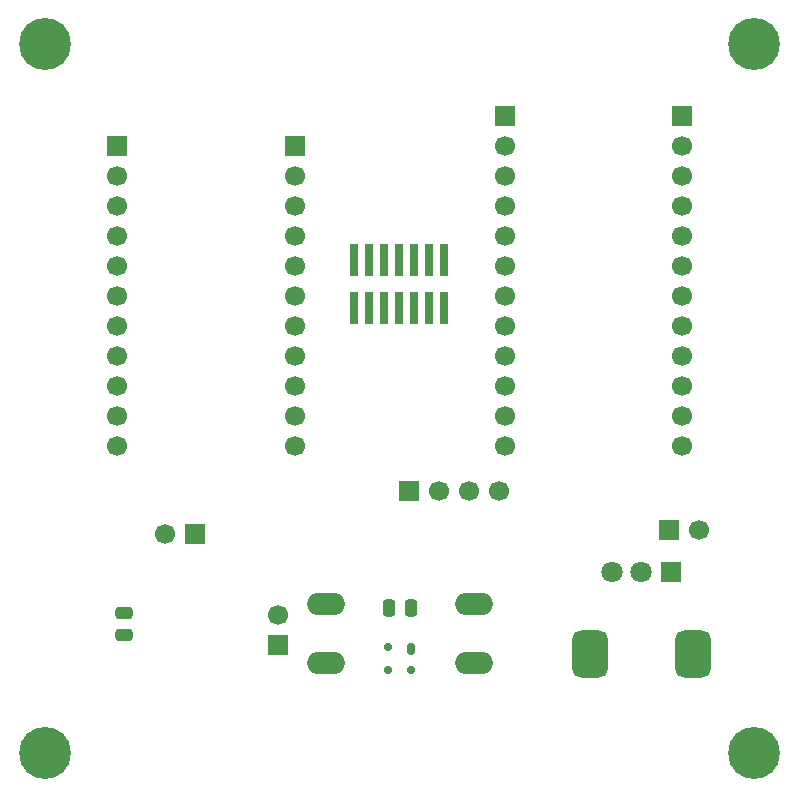
<source format=gbs>
G04 #@! TF.GenerationSoftware,KiCad,Pcbnew,9.0.6*
G04 #@! TF.CreationDate,2025-12-10T23:32:01+01:00*
G04 #@! TF.ProjectId,floppyv3_expansion,666c6f70-7079-4763-935f-657870616e73,rev?*
G04 #@! TF.SameCoordinates,Original*
G04 #@! TF.FileFunction,Soldermask,Bot*
G04 #@! TF.FilePolarity,Negative*
%FSLAX46Y46*%
G04 Gerber Fmt 4.6, Leading zero omitted, Abs format (unit mm)*
G04 Created by KiCad (PCBNEW 9.0.6) date 2025-12-10 23:32:01*
%MOMM*%
%LPD*%
G01*
G04 APERTURE LIST*
G04 Aperture macros list*
%AMRoundRect*
0 Rectangle with rounded corners*
0 $1 Rounding radius*
0 $2 $3 $4 $5 $6 $7 $8 $9 X,Y pos of 4 corners*
0 Add a 4 corners polygon primitive as box body*
4,1,4,$2,$3,$4,$5,$6,$7,$8,$9,$2,$3,0*
0 Add four circle primitives for the rounded corners*
1,1,$1+$1,$2,$3*
1,1,$1+$1,$4,$5*
1,1,$1+$1,$6,$7*
1,1,$1+$1,$8,$9*
0 Add four rect primitives between the rounded corners*
20,1,$1+$1,$2,$3,$4,$5,0*
20,1,$1+$1,$4,$5,$6,$7,0*
20,1,$1+$1,$6,$7,$8,$9,0*
20,1,$1+$1,$8,$9,$2,$3,0*%
G04 Aperture macros list end*
%ADD10O,3.200000X1.900000*%
%ADD11R,1.800000X1.800000*%
%ADD12C,1.800000*%
%ADD13RoundRect,0.750000X-0.750000X1.250000X-0.750000X-1.250000X0.750000X-1.250000X0.750000X1.250000X0*%
%ADD14C,0.700000*%
%ADD15C,4.400000*%
%ADD16R,1.700000X1.700000*%
%ADD17C,1.700000*%
%ADD18RoundRect,0.175000X0.175000X0.325000X-0.175000X0.325000X-0.175000X-0.325000X0.175000X-0.325000X0*%
%ADD19RoundRect,0.150000X0.200000X0.150000X-0.200000X0.150000X-0.200000X-0.150000X0.200000X-0.150000X0*%
%ADD20RoundRect,0.250000X0.475000X-0.250000X0.475000X0.250000X-0.475000X0.250000X-0.475000X-0.250000X0*%
%ADD21RoundRect,0.250000X-0.250000X-0.475000X0.250000X-0.475000X0.250000X0.475000X-0.250000X0.475000X0*%
%ADD22R,0.740000X2.790000*%
G04 APERTURE END LIST*
D10*
G04 #@! TO.C,SW1*
X108902500Y-116260000D03*
X121402500Y-116260000D03*
X108902500Y-121260000D03*
X121402500Y-121260000D03*
G04 #@! TD*
D11*
G04 #@! TO.C,RV1*
X138100000Y-113550000D03*
D12*
X135600000Y-113550000D03*
X133100000Y-113550000D03*
D13*
X140000000Y-120550000D03*
X131200000Y-120550000D03*
G04 #@! TD*
D14*
G04 #@! TO.C,H1*
X83464200Y-68914200D03*
X83947474Y-67747474D03*
X83947474Y-70080926D03*
X85114200Y-67264200D03*
D15*
X85114200Y-68914200D03*
D14*
X85114200Y-70564200D03*
X86280926Y-67747474D03*
X86280926Y-70080926D03*
X86764200Y-68914200D03*
G04 #@! TD*
D16*
G04 #@! TO.C,JP2*
X104800000Y-119800000D03*
D17*
X104800000Y-117260000D03*
G04 #@! TD*
D16*
G04 #@! TO.C,JP3*
X97780000Y-110400000D03*
D17*
X95240000Y-110400000D03*
G04 #@! TD*
D16*
G04 #@! TO.C,J5*
X139008414Y-75016440D03*
D17*
X139008414Y-77556440D03*
X139008414Y-80096440D03*
X139008414Y-82636440D03*
X139008414Y-85176440D03*
X139008414Y-87716440D03*
X139008414Y-90256440D03*
X139008414Y-92796440D03*
X139008414Y-95336440D03*
X139008414Y-97876440D03*
X139008414Y-100416440D03*
X139008414Y-102956440D03*
G04 #@! TD*
D16*
G04 #@! TO.C,J1*
X91228414Y-77556440D03*
D17*
X91228414Y-80096440D03*
X91228414Y-82636440D03*
X91228414Y-85176440D03*
X91228414Y-87716440D03*
X91228414Y-90256440D03*
X91228414Y-92796440D03*
X91228414Y-95336440D03*
X91228414Y-97876440D03*
X91228414Y-100416440D03*
X91228414Y-102956440D03*
G04 #@! TD*
D16*
G04 #@! TO.C,J3*
X115888414Y-106701440D03*
D17*
X118428414Y-106701440D03*
X120968414Y-106701440D03*
X123508414Y-106701440D03*
G04 #@! TD*
D14*
G04 #@! TO.C,H3*
X143464200Y-128914278D03*
X143947474Y-127747552D03*
X143947474Y-130081004D03*
X145114200Y-127264278D03*
D15*
X145114200Y-128914278D03*
D14*
X145114200Y-130564278D03*
X146280926Y-127747552D03*
X146280926Y-130081004D03*
X146764200Y-128914278D03*
G04 #@! TD*
D16*
G04 #@! TO.C,J4*
X124008414Y-75016440D03*
D17*
X124008414Y-77556440D03*
X124008414Y-80096440D03*
X124008414Y-82636440D03*
X124008414Y-85176440D03*
X124008414Y-87716440D03*
X124008414Y-90256440D03*
X124008414Y-92796440D03*
X124008414Y-95336440D03*
X124008414Y-97876440D03*
X124008414Y-100416440D03*
X124008414Y-102956440D03*
G04 #@! TD*
D14*
G04 #@! TO.C,H4*
X83449986Y-128899964D03*
X83933260Y-127733238D03*
X83933260Y-130066690D03*
X85099986Y-127249964D03*
D15*
X85099986Y-128899964D03*
D14*
X85099986Y-130549964D03*
X86266712Y-127733238D03*
X86266712Y-130066690D03*
X86749986Y-128899964D03*
G04 #@! TD*
D16*
G04 #@! TO.C,JP1*
X137925000Y-110000000D03*
D17*
X140465000Y-110000000D03*
G04 #@! TD*
D16*
G04 #@! TO.C,J2*
X106228414Y-77556440D03*
D17*
X106228414Y-80096440D03*
X106228414Y-82636440D03*
X106228414Y-85176440D03*
X106228414Y-87716440D03*
X106228414Y-90256440D03*
X106228414Y-92796440D03*
X106228414Y-95336440D03*
X106228414Y-97876440D03*
X106228414Y-100416440D03*
X106228414Y-102956440D03*
G04 #@! TD*
D14*
G04 #@! TO.C,H2*
X143464200Y-68914200D03*
X143947474Y-67747474D03*
X143947474Y-70080926D03*
X145114200Y-67264200D03*
D15*
X145114200Y-68914200D03*
D14*
X145114200Y-70564200D03*
X146280926Y-67747474D03*
X146280926Y-70080926D03*
X146764200Y-68914200D03*
G04 #@! TD*
D18*
G04 #@! TO.C,U1*
X116100000Y-120150000D03*
D19*
X116100000Y-121850000D03*
X114100000Y-121850000D03*
X114100000Y-119950000D03*
G04 #@! TD*
D20*
G04 #@! TO.C,C2*
X91800000Y-118940000D03*
X91800000Y-117040000D03*
G04 #@! TD*
D21*
G04 #@! TO.C,C1*
X114200000Y-116600000D03*
X116100000Y-116600000D03*
G04 #@! TD*
D22*
G04 #@! TO.C,J6*
X111290000Y-87145000D03*
X111290000Y-91215000D03*
X112560000Y-87145000D03*
X112560000Y-91215000D03*
X113830000Y-87145000D03*
X113830000Y-91215000D03*
X115100000Y-87145000D03*
X115100000Y-91215000D03*
X116370000Y-87145000D03*
X116370000Y-91215000D03*
X117640000Y-87145000D03*
X117640000Y-91215000D03*
X118910000Y-87145000D03*
X118910000Y-91215000D03*
G04 #@! TD*
M02*

</source>
